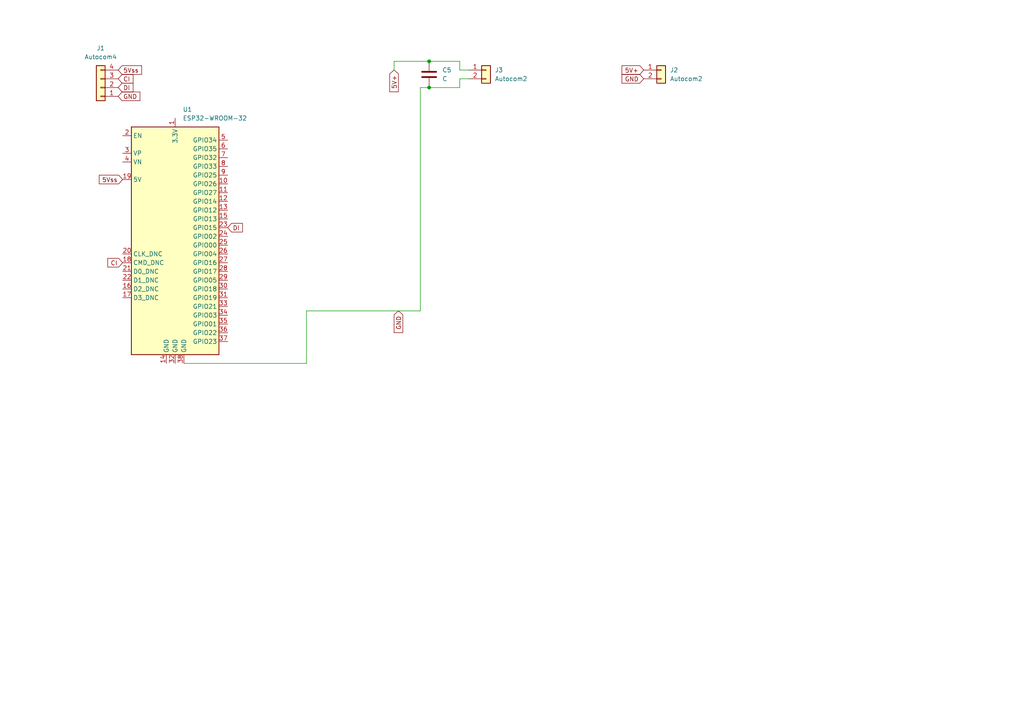
<source format=kicad_sch>
(kicad_sch (version 20231120) (generator "eeschema") (generator_version "8.0")
  (paper "A4")
  (lib_symbols
    (symbol "SymbGamelGe2_v8.0:Autocom2" (pin_names (offset 1.016) hide)
      (property "Reference" "J" (at 0 2.54 0))
      (property "Value" "Autocom2" (at 0 -5.08 0))
      (symbol "Autocom2_1_1"
        (rectangle (start -1.27 -2.413) (end 0 -2.667) (stroke (width 0.1524)))
        (rectangle (start -1.27 0.127) (end 0 -0.127) (stroke (width 0.1524)))
        (rectangle (start -1.27 1.27) (end 1.27 -3.81) (stroke (width 0.254)) (fill (type background)))
        (pin passive line (at -5.08 0 0) (length 3.81) (name "Pin_1") (number "1"))
        (pin passive line (at -5.08 -2.54 0) (length 3.81) (name "Pin_2") (number "2"))
      )
    )
    (symbol "SymbGamelGe2_v8.0:Autocom4" (pin_names (offset 1.016) hide)
      (property "Reference" "J" (at 0 5.08 0))
      (property "Value" "Autocom4" (at 0 -7.62 0))
      (symbol "Autocom4_1_1"
        (rectangle (start -1.27 -4.953) (end 0 -5.207) (stroke (width 0.1524)))
        (rectangle (start -1.27 -2.413) (end 0 -2.667) (stroke (width 0.1524)))
        (rectangle (start -1.27 0.127) (end 0 -0.127) (stroke (width 0.1524)))
        (rectangle (start -1.27 2.667) (end 0 2.413) (stroke (width 0.1524)))
        (rectangle (start -1.27 3.81) (end 1.27 -6.35) (stroke (width 0.254)) (fill (type background)))
        (pin passive line (at -5.08 2.54 0) (length 3.81) (name "Pin_1") (number "1"))
        (pin passive line (at -5.08 0 0) (length 3.81) (name "Pin_2") (number "2"))
        (pin passive line (at -5.08 -2.54 0) (length 3.81) (name "Pin_3") (number "3"))
        (pin passive line (at -5.08 -5.08 0) (length 3.81) (name "Pin_4") (number "4"))
      )
    )
    (symbol "SymbGamelGe2_v8.0:C" (pin_numbers hide) (pin_names (offset 0.254))
      (property "Reference" "C" (at 0.635 2.54 0))
      (property "Value" "C" (at 0.635 -2.54 0))
      (symbol "C_0_1"
        (polyline (pts (xy -2.032 -0.762) (xy 2.032 -0.762)) (stroke (width 0.508)))
        (polyline (pts (xy -2.032 0.762) (xy 2.032 0.762)) (stroke (width 0.508)))
      )
      (symbol "C_1_1"
        (pin passive line (at 0 3.81 270) (length 2.794) (name "~") (number "1"))
        (pin passive line (at 0 -3.81 90) (length 2.794) (name "~") (number "2"))
      )
    )
    (symbol "SymbGamelGe2_v8.0:ESP32-WROOM-32"
      (property "Reference" "U" (at -12.7 34.29 0))
      (property "Value" "ESP32-WROOM-32" (at 1.27 34.29 0))
      (symbol "ESP32-WROOM-32_0_1"
        (rectangle (start -12.7 33.02) (end 12.7 -33.02) (stroke (width 0.254)) (fill (type background)))
      )
      (symbol "ESP32-WROOM-32_1_1"
        (pin power_in line (at 0 35.56 270) (length 2.54) (name "3.3V") (number "1"))
        (pin bidirectional line (at 15.24 16.51 180) (length 2.54) (name "GPIO26") (number "10"))
        (pin bidirectional line (at 15.24 13.97 180) (length 2.54) (name "GPIO27") (number "11"))
        (pin bidirectional line (at 15.24 11.43 180) (length 2.54) (name "GPIO14") (number "12"))
        (pin bidirectional line (at 15.24 8.89 180) (length 2.54) (name "GPIO12") (number "13"))
        (pin power_in line (at -2.54 -35.56 90) (length 2.54) (name "GND") (number "14"))
        (pin bidirectional line (at 15.24 6.35 180) (length 2.54) (name "GPIO13") (number "15"))
        (pin bidirectional line (at -15.24 -13.97 0) (length 2.54) (name "D2_DNC") (number "16"))
        (pin bidirectional line (at -15.24 -16.51 0) (length 2.54) (name "D3_DNC") (number "17"))
        (pin bidirectional line (at -15.24 -6.35 0) (length 2.54) (name "CMD_DNC") (number "18"))
        (pin power_in line (at -15.24 17.78 0) (length 2.54) (name "5V") (number "19"))
        (pin input line (at -15.24 30.48 0) (length 2.54) (name "EN") (number "2"))
        (pin bidirectional line (at -15.24 -3.81 0) (length 2.54) (name "CLK_DNC") (number "20"))
        (pin bidirectional line (at -15.24 -8.89 0) (length 2.54) (name "D0_DNC") (number "21"))
        (pin bidirectional line (at -15.24 -11.43 0) (length 2.54) (name "D1_DNC") (number "22"))
        (pin bidirectional line (at 15.24 3.81 180) (length 2.54) (name "GPIO15") (number "23"))
        (pin bidirectional line (at 15.24 1.27 180) (length 2.54) (name "GPIO02") (number "24"))
        (pin bidirectional line (at 15.24 -1.27 180) (length 2.54) (name "GPIO00") (number "25"))
        (pin bidirectional line (at 15.24 -3.81 180) (length 2.54) (name "GPIO04") (number "26"))
        (pin bidirectional line (at 15.24 -6.35 180) (length 2.54) (name "GPIO16") (number "27"))
        (pin bidirectional line (at 15.24 -8.89 180) (length 2.54) (name "GPIO17") (number "28"))
        (pin bidirectional line (at 15.24 -11.43 180) (length 2.54) (name "GPIO05") (number "29"))
        (pin input line (at -15.24 25.4 0) (length 2.54) (name "VP") (number "3"))
        (pin bidirectional line (at 15.24 -13.97 180) (length 2.54) (name "GPIO18") (number "30"))
        (pin bidirectional line (at 15.24 -16.51 180) (length 2.54) (name "GPIO19") (number "31"))
        (pin power_in line (at 0 -35.56 90) (length 2.54) (name "GND") (number "32"))
        (pin bidirectional line (at 15.24 -19.05 180) (length 2.54) (name "GPIO21") (number "33"))
        (pin bidirectional line (at 15.24 -21.59 180) (length 2.54) (name "GPIO03") (number "34"))
        (pin bidirectional line (at 15.24 -24.13 180) (length 2.54) (name "GPIO01") (number "35"))
        (pin bidirectional line (at 15.24 -26.67 180) (length 2.54) (name "GPIO22") (number "36"))
        (pin bidirectional line (at 15.24 -29.21 180) (length 2.54) (name "GPIO23") (number "37"))
        (pin power_in line (at 2.54 -35.56 90) (length 2.54) (name "GND") (number "38"))
        (pin input line (at -15.24 22.86 0) (length 2.54) (name "VN") (number "4"))
        (pin bidirectional line (at 15.24 29.21 180) (length 2.54) (name "GPIO34") (number "5"))
        (pin bidirectional line (at 15.24 26.67 180) (length 2.54) (name "GPIO35") (number "6"))
        (pin bidirectional line (at 15.24 24.13 180) (length 2.54) (name "GPIO32") (number "7"))
        (pin bidirectional line (at 15.24 21.59 180) (length 2.54) (name "GPIO33") (number "8"))
        (pin bidirectional line (at 15.24 19.05 180) (length 2.54) (name "GPIO25") (number "9"))
      )
    )
  )
  (junction (at 124.46 17.78))
  (junction (at 124.46 25.4))
  (wire (pts (xy 133.35 20.32) (xy 133.35 17.78)))
  (wire (pts (xy 121.92 90.17) (xy 88.9 90.17)))
  (wire (pts (xy 114.3 17.78) (xy 124.46 17.78)))
  (wire (pts (xy 88.9 105.41) (xy 53.34 105.41)))
  (wire (pts (xy 135.89 20.32) (xy 133.35 20.32)))
  (wire (pts (xy 124.46 17.78) (xy 133.35 17.78)))
  (wire (pts (xy 114.3 20.32) (xy 114.3 17.78)))
  (wire (pts (xy 133.35 25.4) (xy 124.46 25.4)))
  (wire (pts (xy 133.35 22.86) (xy 133.35 25.4)))
  (wire (pts (xy 135.89 22.86) (xy 133.35 22.86)))
  (wire (pts (xy 121.92 25.4) (xy 121.92 90.17)))
  (wire (pts (xy 124.46 25.4) (xy 121.92 25.4)))
  (wire (pts (xy 88.9 90.17) (xy 88.9 105.41)))
  (global_label "DI" (shape input) (at 34.29 25.4 0) (property "Intersheetrefs" "${INTERSHEET_REFS}" (effects (hide yes))))
  (global_label "CI" (shape input) (at 35.56 76.2 180) (property "Intersheetrefs" "${INTERSHEET_REFS}" (effects (hide yes))))
  (global_label "5Vss" (shape input) (at 34.29 20.32 0) (property "Intersheetrefs" "${INTERSHEET_REFS}" (effects (hide yes))))
  (global_label "GND" (shape input) (at 186.69 22.86 180) (property "Intersheetrefs" "${INTERSHEET_REFS}" (effects (hide yes))))
  (global_label "5Vss" (shape input) (at 35.56 52.07 180) (property "Intersheetrefs" "${INTERSHEET_REFS}" (effects (hide yes))))
  (global_label "5V+" (shape input) (at 114.3 20.32 270) (property "Intersheetrefs" "${INTERSHEET_REFS}" (effects (hide yes))))
  (global_label "5V+" (shape input) (at 186.69 20.32 180) (property "Intersheetrefs" "${INTERSHEET_REFS}" (effects (hide yes))))
  (global_label "GND" (shape input) (at 115.57 90.17 270) (property "Intersheetrefs" "${INTERSHEET_REFS}" (effects (hide yes))))
  (global_label "GND" (shape input) (at 34.29 27.94 0) (property "Intersheetrefs" "${INTERSHEET_REFS}" (effects (hide yes))))
  (global_label "CI" (shape input) (at 34.29 22.86 0) (property "Intersheetrefs" "${INTERSHEET_REFS}" (effects (hide yes))))
  (global_label "DI" (shape input) (at 66.04 66.04 0) (property "Intersheetrefs" "${INTERSHEET_REFS}" (effects (hide yes))))
  (symbol (lib_id "SymbGamelGe2_v8.0:Autocom4") (at 29.21 25.4 180) (unit 1)
    (property "Reference" "J1" (at 29.21 13.97 0))
    (property "Value" "Autocom4" (at 29.21 16.51 0))
    (property "Footprint" "FootprintGamelGe2_v8.0:Autocom4" (effects (hide yes)))
    (property "Description" "Autocom HE14 connector, single row, 01x04" (effects (hide yes)))
  )
  (symbol (lib_id "SymbGamelGe2_v8.0:Autocom2") (at 191.77 20.32 0) (unit 1)
    (property "Reference" "J2" (at 194.31 20.3199 0) (effects (justify left)))
    (property "Value" "Autocom2" (at 194.31 22.8599 0) (effects (justify left)))
    (property "Footprint" "FootprintGamelGe2_v8.0:Autocom2" (effects (hide yes)))
    (property "Description" "Autocom HE14 connector, single row, 01x02" (effects (hide yes)))
  )
  (symbol (lib_id "SymbGamelGe2_v8.0:Autocom2") (at 140.97 20.32 0) (unit 1)
    (property "Reference" "J3" (at 143.51 20.3199 0) (effects (justify left)))
    (property "Value" "Autocom2" (at 143.51 22.8599 0) (effects (justify left)))
    (property "Footprint" "FootprintGamelGe2_v8.0:Autocom2" (effects (hide yes)))
    (property "Description" "Autocom HE14 connector, single row, 01x02" (effects (hide yes)))
  )
  (symbol (lib_id "SymbGamelGe2_v8.0:ESP32-WROOM-32") (at 50.8 69.85 0) (unit 1)
    (property "Reference" "U1" (at 52.9941 31.75 0) (effects (justify left)))
    (property "Value" "ESP32-WROOM-32" (at 52.9941 34.29 0) (effects (justify left)))
    (property "Footprint" "FootprintGamelGe2_v8.0:ESP32_Module_38_pins_28mm_Wide" (effects (hide yes)))
    (property "Description" "RF Module, ESP32-D0WDQ6 SoC, Wi-Fi 802.11b/g/n, Bluetooth, BLE, 32-bit, 2.7-3.6V, onboard antenna, SMD" (effects (hide yes)))
  )
  (symbol (lib_id "SymbGamelGe2_v8.0:C") (at 124.46 21.59 0) (unit 1)
    (property "Reference" "C5" (at 128.27 20.3199 0) (effects (justify left)))
    (property "Value" "C" (at 128.27 22.8599 0) (effects (justify left)))
    (property "Footprint" "FootprintGamelGe2_v8.0:C_Rect_L7.0mm_W2.5mm_P5.00mm" (effects (hide yes)))
    (property "Description" "Unpolarized capacitor" (effects (hide yes)))
  )
)
</source>
